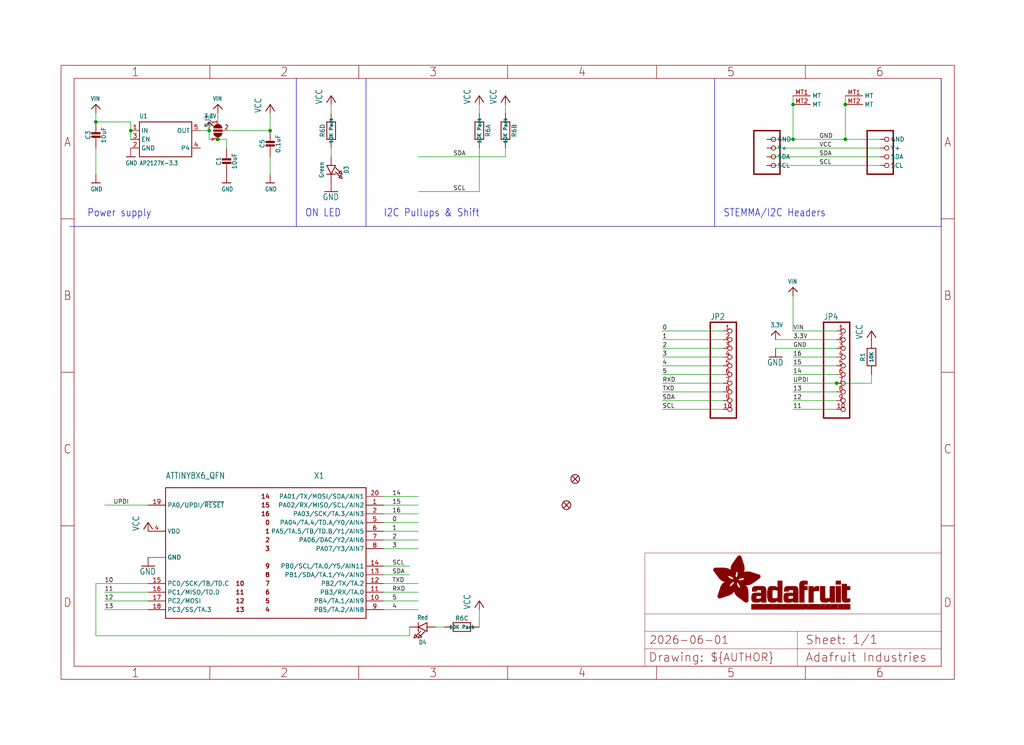
<source format=kicad_sch>
(kicad_sch (version 20230121) (generator eeschema)
  (paper "User" 298.45 217.322)
  (lib_symbols
    (symbol "working-eagle-import:3.3V" (power)
      (property "Value" "3.3V" (at -1.524 1.016 0))
      (symbol "3.3V_1_0"
        (pin power_in line (at 0 -2.54 90) (length 2.54) (name "3.3V") (number "1"))
      )
    )
    (symbol "working-eagle-import:ATTINY8X6_QFN"
      (property "Reference" "X" (at 12.7 25.4 0))
      (symbol "ATTINY8X6_QFN_1_0"
        (text "0" (at 0 12.7 0) (effects (font (size 1.27 1.27) (thickness 0.254) bold) (justify right)))
        (text "1" (at 0 10.16 0) (effects (font (size 1.27 1.27) (thickness 0.254) bold) (justify right)))
        (text "10" (at -10.16 -5.08 0) (effects (font (size 1.27 1.27) (thickness 0.254) bold) (justify left)))
        (text "11" (at -10.16 -7.62 0) (effects (font (size 1.27 1.27) (thickness 0.254) bold) (justify left)))
        (text "12" (at -10.16 -10.16 0) (effects (font (size 1.27 1.27) (thickness 0.254) bold) (justify left)))
        (text "13" (at -10.16 -12.7 0) (effects (font (size 1.27 1.27) (thickness 0.254) bold) (justify left)))
        (text "14" (at 0 20.32 0) (effects (font (size 1.27 1.27) (thickness 0.254) bold) (justify right)))
        (text "15" (at 0 17.78 0) (effects (font (size 1.27 1.27) (thickness 0.254) bold) (justify right)))
        (text "16" (at 0 15.24 0) (effects (font (size 1.27 1.27) (thickness 0.254) bold) (justify right)))
        (text "2" (at 0 7.62 0) (effects (font (size 1.27 1.27) (thickness 0.254) bold) (justify right)))
        (text "3" (at 0 5.08 0) (effects (font (size 1.27 1.27) (thickness 0.254) bold) (justify right)))
        (text "4" (at 0 -12.7 0) (effects (font (size 1.27 1.27) (thickness 0.254) bold) (justify right)))
        (text "5" (at 0 -10.16 0) (effects (font (size 1.27 1.27) (thickness 0.254) bold) (justify right)))
        (text "6" (at 0 -7.62 0) (effects (font (size 1.27 1.27) (thickness 0.254) bold) (justify right)))
        (text "7" (at 0 -5.08 0) (effects (font (size 1.27 1.27) (thickness 0.254) bold) (justify right)))
        (text "8" (at 0 -2.54 0) (effects (font (size 1.27 1.27) (thickness 0.254) bold) (justify right)))
        (text "9" (at 0 0 0) (effects (font (size 1.27 1.27) (thickness 0.254) bold) (justify right)))
        (pin bidirectional line (at 33.02 17.78 180) (length 5.08) (name "PA02/RX/MISO/SCL/AIN2") (number "1"))
        (pin bidirectional line (at 33.02 -10.16 180) (length 5.08) (name "PB4/TA.1/AIN9") (number "10"))
        (pin bidirectional line (at 33.02 -7.62 180) (length 5.08) (name "PB3/RX/TA.0") (number "11"))
        (pin bidirectional line (at 33.02 -5.08 180) (length 5.08) (name "PB2/TX/TA.2") (number "12"))
        (pin bidirectional line (at 33.02 -2.54 180) (length 5.08) (name "PB1/SDA/TA.1/Y4/AIN0") (number "13"))
        (pin bidirectional line (at 33.02 0 180) (length 5.08) (name "PB0/SCL/TA.0/Y5/AIN11") (number "14"))
        (pin bidirectional line (at -35.56 -5.08 0) (length 5.08) (name "PC0/SCK/TB/TD.C") (number "15"))
        (pin bidirectional line (at -35.56 -7.62 0) (length 5.08) (name "PC1/MISO/TD.D") (number "16"))
        (pin bidirectional line (at -35.56 -10.16 0) (length 5.08) (name "PC2/MOSI") (number "17"))
        (pin bidirectional line (at -35.56 -12.7 0) (length 5.08) (name "PC3/SS/TA.3") (number "18"))
        (pin bidirectional line (at -35.56 17.78 0) (length 5.08) (name "PA0/UPDI/~{RESET}") (number "19"))
        (pin bidirectional line (at 33.02 15.24 180) (length 5.08) (name "PA03/SCK/TA.3/AIN3") (number "2"))
        (pin bidirectional line (at 33.02 20.32 180) (length 5.08) (name "PA01/TX/MOSI/SDA/AIN1") (number "20"))
        (pin power_in line (at -35.56 2.54 0) (length 5.08) (name "GND") (number "3"))
        (pin power_in line (at -35.56 10.16 0) (length 5.08) (name "VDD") (number "4"))
        (pin bidirectional line (at 33.02 12.7 180) (length 5.08) (name "PA04/TA.4/TD.A/Y0/AIN4") (number "5"))
        (pin bidirectional line (at 33.02 10.16 180) (length 5.08) (name "PA5/TA.5/TB/TD.B/Y1/AIN5") (number "6"))
        (pin bidirectional line (at 33.02 7.62 180) (length 5.08) (name "PA06/DAC/Y2/AIN6") (number "7"))
        (pin bidirectional line (at 33.02 5.08 180) (length 5.08) (name "PA07/Y3/AIN7") (number "8"))
        (pin bidirectional line (at 33.02 -12.7 180) (length 5.08) (name "PB5/TA.2/AIN8") (number "9"))
        (pin power_in line (at -35.56 2.54 0) (length 5.08) (name "GND") (number "PAD"))
      )
    )
    (symbol "working-eagle-import:CAP_CERAMIC0603_NO"
      (property "Reference" "C" (at -2.29 1.25 90))
      (symbol "CAP_CERAMIC0603_NO_1_0"
        (pin passive line (at 0 5.08 270) (length 2.54) (name "1") (number "1"))
        (pin passive line (at 0 -2.54 90) (length 2.54) (name "2") (number "2"))
      )
    )
    (symbol "working-eagle-import:CAP_CERAMIC0805-NOOUTLINE"
      (property "Reference" "C" (at -2.29 1.25 90))
      (symbol "CAP_CERAMIC0805-NOOUTLINE_1_0"
        (pin passive line (at 0 5.08 270) (length 2.54) (name "1") (number "1"))
        (pin passive line (at 0 -2.54 90) (length 2.54) (name "2") (number "2"))
      )
    )
    (symbol "working-eagle-import:CAP_CERAMIC0805_10MGAP"
      (property "Reference" "C" (at -2.29 1.25 90))
      (symbol "CAP_CERAMIC0805_10MGAP_1_0"
        (pin passive line (at 0 5.08 270) (length 2.54) (name "1") (number "1"))
        (pin passive line (at 0 -2.54 90) (length 2.54) (name "2") (number "2"))
      )
    )
    (symbol "working-eagle-import:FIDUCIAL_1MM")
    (symbol "working-eagle-import:FRAME_A4_ADAFRUIT"
      (symbol "FRAME_A4_ADAFRUIT_1_0"
        (text "${#}/${##}" (at 230.505 10.16 0) (effects (font (size 2.54 2.54)) (justify left bottom)))
        (text "${AUTHOR}" (at 189.23 5.08 0) (effects (font (size 2.286 2.286)) (justify left bottom)))
        (text "${CURRENT_DATE}" (at 171.45 10.16 0) (effects (font (size 2.286 2.286)) (justify left bottom)))
        (text "${PROJECTNAME}" (at 171.45 15.24 0) (effects (font (size 2.54 2.54)) (justify left bottom)))
        (text "1" (at 21.6958 1.905 0) (effects (font (size 2.54 2.286))))
        (text "1" (at 21.6958 177.165 0) (effects (font (size 2.54 2.286))))
        (text "2" (at 65.0875 1.905 0) (effects (font (size 2.54 2.286))))
        (text "2" (at 65.0875 177.165 0) (effects (font (size 2.54 2.286))))
        (text "3" (at 108.4792 1.905 0) (effects (font (size 2.54 2.286))))
        (text "3" (at 108.4792 177.165 0) (effects (font (size 2.54 2.286))))
        (text "4" (at 151.8708 1.905 0) (effects (font (size 2.54 2.286))))
        (text "4" (at 151.8708 177.165 0) (effects (font (size 2.54 2.286))))
        (text "5" (at 195.2625 1.905 0) (effects (font (size 2.54 2.286))))
        (text "5" (at 195.2625 177.165 0) (effects (font (size 2.54 2.286))))
        (text "6" (at 238.6542 1.905 0) (effects (font (size 2.54 2.286))))
        (text "6" (at 238.6542 177.165 0) (effects (font (size 2.54 2.286))))
        (text "A" (at 1.905 156.6863 0) (effects (font (size 2.54 2.286))))
        (text "A" (at 258.445 156.6863 0) (effects (font (size 2.54 2.286))))
        (text "Adafruit Industries" (at 216.916 4.953 0) (effects (font (size 2.54 2.54)) (justify left bottom)))
        (text "B" (at 1.905 111.9188 0) (effects (font (size 2.54 2.286))))
        (text "B" (at 258.445 111.9188 0) (effects (font (size 2.54 2.286))))
        (text "C" (at 1.905 67.1513 0) (effects (font (size 2.54 2.286))))
        (text "C" (at 258.445 67.1513 0) (effects (font (size 2.54 2.286))))
        (text "D" (at 1.905 22.3838 0) (effects (font (size 2.54 2.286))))
        (text "D" (at 258.445 22.3838 0) (effects (font (size 2.54 2.286))))
        (text "Drawing:" (at 171.196 4.953 0) (effects (font (size 2.54 2.54)) (justify left bottom)))
        (text "Sheet:" (at 216.916 10.033 0) (effects (font (size 2.54 2.54)) (justify left bottom)))
      )
    )
    (symbol "working-eagle-import:GND" (power)
      (property "Value" "GND" (at -1.524 -2.54 0))
      (symbol "GND_1_0"
        (pin power_in line (at 0 2.54 270) (length 2.54) (name "GND") (number "1"))
      )
    )
    (symbol "working-eagle-import:HEADER-1X1070MIL"
      (property "Reference" "JP" (at -6.35 13.335 0))
      (symbol "HEADER-1X1070MIL_1_0"
        (pin passive inverted (at -2.54 10.16 0) (length 2.54) (name "1") (number "1"))
        (pin passive inverted (at -2.54 -12.7 0) (length 2.54) (name "10") (number "10"))
        (pin passive inverted (at -2.54 7.62 0) (length 2.54) (name "2") (number "2"))
        (pin passive inverted (at -2.54 5.08 0) (length 2.54) (name "3") (number "3"))
        (pin passive inverted (at -2.54 2.54 0) (length 2.54) (name "4") (number "4"))
        (pin passive inverted (at -2.54 0 0) (length 2.54) (name "5") (number "5"))
        (pin passive inverted (at -2.54 -2.54 0) (length 2.54) (name "6") (number "6"))
        (pin passive inverted (at -2.54 -5.08 0) (length 2.54) (name "7") (number "7"))
        (pin passive inverted (at -2.54 -7.62 0) (length 2.54) (name "8") (number "8"))
        (pin passive inverted (at -2.54 -10.16 0) (length 2.54) (name "9") (number "9"))
      )
    )
    (symbol "working-eagle-import:LED0603_NOOUTLINE"
      (property "Reference" "D" (at -1.27 4.445 0))
      (symbol "LED0603_NOOUTLINE_1_0"
        (pin passive line (at -5.08 0 0) (length 2.54) (name "A") (number "A"))
        (pin passive line (at 2.54 0 180) (length 2.54) (name "C") (number "C"))
      )
    )
    (symbol "working-eagle-import:RESISTOR_0603_NOOUT"
      (property "Reference" "R" (at 0 2.54 0))
      (symbol "RESISTOR_0603_NOOUT_1_0"
        (pin passive line (at -5.08 0 0) (length 2.54) (name "1") (number "1"))
        (pin passive line (at 5.08 0 180) (length 2.54) (name "2") (number "2"))
      )
    )
    (symbol "working-eagle-import:RESISTOR_4PACK"
      (property "Reference" "R" (at 0 2.54 0))
      (symbol "RESISTOR_4PACK_1_0"
        (pin passive line (at -5.08 0 0) (length 2.54) (name "1") (number "1"))
        (pin passive line (at 5.08 0 180) (length 2.54) (name "2") (number "8"))
      )
      (symbol "RESISTOR_4PACK_2_0"
        (pin passive line (at -5.08 0 0) (length 2.54) (name "1") (number "2"))
        (pin passive line (at 5.08 0 180) (length 2.54) (name "2") (number "7"))
      )
      (symbol "RESISTOR_4PACK_3_0"
        (pin passive line (at -5.08 0 0) (length 2.54) (name "1") (number "3"))
        (pin passive line (at 5.08 0 180) (length 2.54) (name "2") (number "6"))
      )
      (symbol "RESISTOR_4PACK_4_0"
        (pin passive line (at -5.08 0 0) (length 2.54) (name "1") (number "4"))
        (pin passive line (at 5.08 0 180) (length 2.54) (name "2") (number "5"))
      )
    )
    (symbol "working-eagle-import:SOLDERJUMPER_2WAY"
      (property "Reference" "SJ" (at -5.08 -3.81 0))
      (symbol "SOLDERJUMPER_2WAY_1_0"
        (pin passive line (at -2.54 0 0) (length 0) (name "1") (number "1"))
        (pin passive line (at 0 2.54 270) (length 0) (name "2") (number "2"))
        (pin passive line (at 2.54 0 180) (length 0) (name "3") (number "3"))
      )
    )
    (symbol "working-eagle-import:STEMMA_I2C_QT"
      (symbol "STEMMA_I2C_QT_1_0"
        (pin passive inverted (at 0 5.08 0) (length 2.54) (name "GND") (number "1"))
        (pin passive inverted (at 0 2.54 0) (length 2.54) (name "V+") (number "2"))
        (pin passive inverted (at 0 0 0) (length 2.54) (name "SDA") (number "3"))
        (pin passive inverted (at 0 -2.54 0) (length 2.54) (name "SCL") (number "4"))
      )
      (symbol "STEMMA_I2C_QT_2_0"
        (pin bidirectional line (at 0 0 0) (length 5.08) (name "MT") (number "MT1"))
      )
      (symbol "STEMMA_I2C_QT_3_0"
        (pin bidirectional line (at 0 0 0) (length 5.08) (name "MT") (number "MT2"))
      )
    )
    (symbol "working-eagle-import:VCC" (power)
      (property "Value" "VCC" (at -2.54 -2.54 90))
      (symbol "VCC_1_0"
        (pin power_in line (at 0 -2.54 90) (length 2.54) (name "VCC") (number "1"))
      )
    )
    (symbol "working-eagle-import:VIN" (power)
      (property "Value" "VIN" (at -1.524 1.016 0))
      (symbol "VIN_1_0"
        (pin power_in line (at 0 -2.54 90) (length 2.54) (name "VIN") (number "1"))
      )
    )
    (symbol "working-eagle-import:VREG_SOT23-5"
      (property "Reference" "U" (at -7.62 6.096 0))
      (symbol "VREG_SOT23-5_1_0"
        (pin power_in line (at -10.16 2.54 0) (length 2.54) (name "IN") (number "1"))
        (pin power_in line (at -10.16 -2.54 0) (length 2.54) (name "GND") (number "2"))
        (pin input line (at -10.16 0 0) (length 2.54) (name "EN") (number "3"))
        (pin bidirectional line (at 10.16 -2.54 180) (length 2.54) (name "P4") (number "4"))
        (pin power_in line (at 10.16 2.54 180) (length 2.54) (name "OUT") (number "5"))
      )
    )
    (symbol "working-eagle-import:supply1_GND" (power)
      (property "Value" "supply1_GND" (at -2.54 -2.54 0))
      (symbol "supply1_GND_1_0"
        (pin power_in line (at 0 2.54 270) (length 2.54) (name "GND") (number "1"))
      )
    )
  )
  (junction (at 246.38 30.48))
  (junction (at 38.1 38.1))
  (junction (at 78.74 38.1))
  (junction (at 246.38 40.64))
  (junction (at 27.94 35.56))
  (junction (at 231.14 40.64))
  (junction (at 243.84 111.76))
  (junction (at 63.5 40.64))
  (junction (at 231.14 30.48))
  (junction (at 60.96 38.1))
  (wire (pts (xy 231.14 109.22) (xy 243.84 109.22)) (stroke (width 0.1524)))
  (wire (pts (xy 139.7 43.18) (xy 139.7 55.88)) (stroke (width 0.1524)))
  (wire (pts (xy 210.82 99.06) (xy 193.04 99.06)) (stroke (width 0.1524)))
  (wire (pts (xy 111.76 172.72) (xy 121.92 172.72)) (stroke (width 0.1524)))
  (wire (pts (xy 231.14 40.64) (xy 246.38 40.64)) (stroke (width 0.1524)))
  (wire (pts (xy 223.52 43.18) (xy 256.54 43.18)) (stroke (width 0.1524)))
  (wire (pts (xy 111.76 165.1) (xy 119.38 165.1)) (stroke (width 0.1524)))
  (polyline (pts (xy 274.32 22.86) (xy 274.32 66.04)) (stroke (width 0.1524) (type solid)))
  (wire (pts (xy 147.32 43.18) (xy 147.32 45.72)) (stroke (width 0.1524)))
  (wire (pts (xy 111.76 144.78) (xy 121.92 144.78)) (stroke (width 0.1524)))
  (wire (pts (xy 60.96 38.1) (xy 60.96 40.64)) (stroke (width 0.1524)))
  (wire (pts (xy 121.92 175.26) (xy 111.76 175.26)) (stroke (width 0.1524)))
  (wire (pts (xy 66.04 40.64) (xy 66.04 43.18)) (stroke (width 0.1524)))
  (wire (pts (xy 60.96 40.64) (xy 63.5 40.64)) (stroke (width 0.1524)))
  (wire (pts (xy 231.14 40.64) (xy 223.52 40.64)) (stroke (width 0.1524)))
  (wire (pts (xy 63.5 40.64) (xy 66.04 40.64)) (stroke (width 0.1524)))
  (wire (pts (xy 243.84 116.84) (xy 231.14 116.84)) (stroke (width 0.1524)))
  (wire (pts (xy 30.48 175.26) (xy 43.18 175.26)) (stroke (width 0.1524)))
  (wire (pts (xy 111.76 170.18) (xy 121.92 170.18)) (stroke (width 0.1524)))
  (polyline (pts (xy 208.28 22.86) (xy 208.28 66.04)) (stroke (width 0.1524) (type solid)))
  (wire (pts (xy 243.84 104.14) (xy 231.14 104.14)) (stroke (width 0.1524)))
  (polyline (pts (xy 86.36 66.04) (xy 106.68 66.04)) (stroke (width 0.1524) (type solid)))
  (wire (pts (xy 43.18 147.32) (xy 30.48 147.32)) (stroke (width 0.1524)))
  (wire (pts (xy 210.82 96.52) (xy 193.04 96.52)) (stroke (width 0.1524)))
  (wire (pts (xy 231.14 114.3) (xy 243.84 114.3)) (stroke (width 0.1524)))
  (wire (pts (xy 210.82 109.22) (xy 193.04 109.22)) (stroke (width 0.1524)))
  (wire (pts (xy 27.94 50.8) (xy 27.94 43.18)) (stroke (width 0.1524)))
  (wire (pts (xy 111.76 147.32) (xy 121.92 147.32)) (stroke (width 0.1524)))
  (wire (pts (xy 78.74 33.02) (xy 78.74 38.1)) (stroke (width 0.1524)))
  (wire (pts (xy 254 111.76) (xy 254 109.22)) (stroke (width 0.1524)))
  (wire (pts (xy 121.92 149.86) (xy 111.76 149.86)) (stroke (width 0.1524)))
  (wire (pts (xy 193.04 106.68) (xy 210.82 106.68)) (stroke (width 0.1524)))
  (wire (pts (xy 231.14 96.52) (xy 231.14 86.36)) (stroke (width 0.1524)))
  (wire (pts (xy 256.54 45.72) (xy 223.52 45.72)) (stroke (width 0.1524)))
  (wire (pts (xy 27.94 185.42) (xy 119.38 185.42)) (stroke (width 0.1524)))
  (wire (pts (xy 210.82 111.76) (xy 193.04 111.76)) (stroke (width 0.1524)))
  (wire (pts (xy 96.52 30.48) (xy 96.52 33.02)) (stroke (width 0.1524)))
  (wire (pts (xy 111.76 154.94) (xy 121.92 154.94)) (stroke (width 0.1524)))
  (wire (pts (xy 231.14 106.68) (xy 243.84 106.68)) (stroke (width 0.1524)))
  (wire (pts (xy 27.94 35.56) (xy 38.1 35.56)) (stroke (width 0.1524)))
  (polyline (pts (xy 20.32 66.04) (xy 86.36 66.04)) (stroke (width 0.1524) (type solid)))
  (wire (pts (xy 119.38 185.42) (xy 119.38 182.88)) (stroke (width 0.1524)))
  (wire (pts (xy 38.1 40.64) (xy 38.1 38.1)) (stroke (width 0.1524)))
  (wire (pts (xy 96.52 45.72) (xy 96.52 43.18)) (stroke (width 0.1524)))
  (wire (pts (xy 246.38 30.48) (xy 246.38 40.64)) (stroke (width 0.1524)))
  (polyline (pts (xy 106.68 66.04) (xy 208.28 66.04)) (stroke (width 0.1524) (type solid)))
  (wire (pts (xy 193.04 116.84) (xy 210.82 116.84)) (stroke (width 0.1524)))
  (wire (pts (xy 243.84 111.76) (xy 231.14 111.76)) (stroke (width 0.1524)))
  (wire (pts (xy 210.82 104.14) (xy 193.04 104.14)) (stroke (width 0.1524)))
  (wire (pts (xy 246.38 27.94) (xy 246.38 30.48)) (stroke (width 0.1524)))
  (wire (pts (xy 226.06 101.6) (xy 243.84 101.6)) (stroke (width 0.1524)))
  (polyline (pts (xy 86.36 22.86) (xy 86.36 66.04)) (stroke (width 0.1524) (type solid)))
  (polyline (pts (xy 106.68 22.86) (xy 106.68 66.04)) (stroke (width 0.1524) (type solid)))
  (wire (pts (xy 111.76 152.4) (xy 121.92 152.4)) (stroke (width 0.1524)))
  (wire (pts (xy 27.94 170.18) (xy 27.94 185.42)) (stroke (width 0.1524)))
  (wire (pts (xy 231.14 96.52) (xy 243.84 96.52)) (stroke (width 0.1524)))
  (polyline (pts (xy 208.28 66.04) (xy 274.32 66.04)) (stroke (width 0.1524) (type solid)))
  (wire (pts (xy 58.42 38.1) (xy 60.96 38.1)) (stroke (width 0.1524)))
  (wire (pts (xy 193.04 101.6) (xy 210.82 101.6)) (stroke (width 0.1524)))
  (wire (pts (xy 78.74 45.72) (xy 78.74 50.8)) (stroke (width 0.1524)))
  (wire (pts (xy 139.7 30.48) (xy 139.7 33.02)) (stroke (width 0.1524)))
  (wire (pts (xy 231.14 27.94) (xy 231.14 30.48)) (stroke (width 0.1524)))
  (wire (pts (xy 210.82 119.38) (xy 193.04 119.38)) (stroke (width 0.1524)))
  (wire (pts (xy 119.38 167.64) (xy 111.76 167.64)) (stroke (width 0.1524)))
  (wire (pts (xy 127 182.88) (xy 129.54 182.88)) (stroke (width 0.1524)))
  (wire (pts (xy 231.14 30.48) (xy 231.14 40.64)) (stroke (width 0.1524)))
  (wire (pts (xy 66.04 38.1) (xy 78.74 38.1)) (stroke (width 0.1524)))
  (wire (pts (xy 63.5 33.02) (xy 63.5 35.56)) (stroke (width 0.1524)))
  (wire (pts (xy 147.32 45.72) (xy 121.92 45.72)) (stroke (width 0.1524)))
  (wire (pts (xy 43.18 170.18) (xy 27.94 170.18)) (stroke (width 0.1524)))
  (wire (pts (xy 139.7 55.88) (xy 121.92 55.88)) (stroke (width 0.1524)))
  (wire (pts (xy 243.84 111.76) (xy 254 111.76)) (stroke (width 0.1524)))
  (wire (pts (xy 243.84 99.06) (xy 226.06 99.06)) (stroke (width 0.1524)))
  (wire (pts (xy 223.52 48.26) (xy 256.54 48.26)) (stroke (width 0.1524)))
  (wire (pts (xy 147.32 33.02) (xy 147.32 30.48)) (stroke (width 0.1524)))
  (wire (pts (xy 139.7 177.8) (xy 139.7 182.88)) (stroke (width 0.1524)))
  (wire (pts (xy 111.76 160.02) (xy 121.92 160.02)) (stroke (width 0.1524)))
  (wire (pts (xy 43.18 177.8) (xy 30.48 177.8)) (stroke (width 0.1524)))
  (wire (pts (xy 27.94 33.02) (xy 27.94 35.56)) (stroke (width 0.1524)))
  (wire (pts (xy 43.18 172.72) (xy 30.48 172.72)) (stroke (width 0.1524)))
  (wire (pts (xy 193.04 114.3) (xy 210.82 114.3)) (stroke (width 0.1524)))
  (wire (pts (xy 121.92 157.48) (xy 111.76 157.48)) (stroke (width 0.1524)))
  (wire (pts (xy 256.54 40.64) (xy 246.38 40.64)) (stroke (width 0.1524)))
  (wire (pts (xy 38.1 35.56) (xy 38.1 38.1)) (stroke (width 0.1524)))
  (wire (pts (xy 111.76 177.8) (xy 121.92 177.8)) (stroke (width 0.1524)))
  (wire (pts (xy 231.14 119.38) (xy 243.84 119.38)) (stroke (width 0.1524)))
  (text "ON LED" (at 88.9 63.5 0) (effects (font (size 2.1844 1.8567)) (justify left bottom)))
  (text "I2C Pullups & Shift" (at 111.76 63.5 0) (effects (font (size 2.1844 1.8567)) (justify left bottom)))
  (text "Power supply" (at 25.4 63.5 0) (effects (font (size 2.1844 1.8567)) (justify left bottom)))
  (text "STEMMA/I2C Headers" (at 210.82 63.5 0) (effects (font (size 2.1844 1.8567)) (justify left bottom)))
  (label "SCL" (at 193.04 119.38 0) (effects (font (size 1.2446 1.2446))))
  (label "SCL" (at 238.76 48.26 0) (effects (font (size 1.2446 1.2446))))
  (label "12" (at 30.48 175.26 0) (effects (font (size 1.2446 1.2446))))
  (label "13" (at 30.48 177.8 0) (effects (font (size 1.2446 1.2446))))
  (label "5" (at 193.04 109.22 0) (effects (font (size 1.2446 1.2446))))
  (label "16" (at 114.3 149.86 0) (effects (font (size 1.2446 1.2446))))
  (label "5" (at 114.3 175.26 0) (effects (font (size 1.2446 1.2446))))
  (label "UPDI" (at 231.14 111.76 0) (effects (font (size 1.2446 1.2446))))
  (label "0" (at 193.04 96.52 0) (effects (font (size 1.2446 1.2446))))
  (label "GND" (at 231.14 101.6 0) (effects (font (size 1.2446 1.2446))))
  (label "SCL" (at 132.08 55.88 0) (effects (font (size 1.2446 1.2446))))
  (label "3.3V" (at 231.14 99.06 0) (effects (font (size 1.2446 1.2446))))
  (label "SDA" (at 238.76 45.72 0) (effects (font (size 1.2446 1.2446))))
  (label "3" (at 114.3 160.02 0) (effects (font (size 1.2446 1.2446))))
  (label "2" (at 114.3 157.48 0) (effects (font (size 1.2446 1.2446))))
  (label "SDA" (at 114.3 167.64 0) (effects (font (size 1.2446 1.2446))))
  (label "15" (at 114.3 147.32 0) (effects (font (size 1.2446 1.2446))))
  (label "2" (at 193.04 101.6 0) (effects (font (size 1.2446 1.2446))))
  (label "14" (at 231.14 109.22 0) (effects (font (size 1.2446 1.2446))))
  (label "VIN" (at 231.14 96.52 0) (effects (font (size 1.2446 1.2446))))
  (label "RXD" (at 193.04 111.76 0) (effects (font (size 1.2446 1.2446))))
  (label "VCC" (at 238.76 43.18 0) (effects (font (size 1.2446 1.2446))))
  (label "14" (at 114.3 144.78 0) (effects (font (size 1.2446 1.2446))))
  (label "10" (at 30.48 170.18 0) (effects (font (size 1.2446 1.2446))))
  (label "11" (at 30.48 172.72 0) (effects (font (size 1.2446 1.2446))))
  (label "16" (at 231.14 104.14 0) (effects (font (size 1.2446 1.2446))))
  (label "SDA" (at 132.08 45.72 0) (effects (font (size 1.2446 1.2446))))
  (label "RXD" (at 114.3 172.72 0) (effects (font (size 1.2446 1.2446))))
  (label "GND" (at 238.76 40.64 0) (effects (font (size 1.2446 1.2446))))
  (label "1" (at 193.04 99.06 0) (effects (font (size 1.2446 1.2446))))
  (label "3" (at 193.04 104.14 0) (effects (font (size 1.2446 1.2446))))
  (label "4" (at 114.3 177.8 0) (effects (font (size 1.2446 1.2446))))
  (label "SDA" (at 193.04 116.84 0) (effects (font (size 1.2446 1.2446))))
  (label "4" (at 193.04 106.68 0) (effects (font (size 1.2446 1.2446))))
  (label "0" (at 114.3 152.4 0) (effects (font (size 1.2446 1.2446))))
  (label "UPDI" (at 33.02 147.32 0) (effects (font (size 1.2446 1.2446))))
  (label "15" (at 231.14 106.68 0) (effects (font (size 1.2446 1.2446))))
  (label "SCL" (at 114.3 165.1 0) (effects (font (size 1.2446 1.2446))))
  (label "TXD" (at 114.3 170.18 0) (effects (font (size 1.2446 1.2446))))
  (label "12" (at 231.14 116.84 0) (effects (font (size 1.2446 1.2446))))
  (label "13" (at 231.14 114.3 0) (effects (font (size 1.2446 1.2446))))
  (label "TXD" (at 193.04 114.3 0) (effects (font (size 1.2446 1.2446))))
  (label "11" (at 231.14 119.38 0) (effects (font (size 1.2446 1.2446))))
  (label "1" (at 114.3 154.94 0) (effects (font (size 1.2446 1.2446))))
  (symbol (lib_id "working-eagle-import:VIN") (at 63.5 30.48 0) (unit 1)
    (property "Reference" "#U$4" (effects hide))
    (property "Value" "VIN" (at 61.976 29.464 0) (effects (font (size 1.27 1.0795)) (justify left bottom)))
  )
  (symbol (lib_id "working-eagle-import:3.3V") (at 60.96 35.56 0) (unit 1)
    (property "Reference" "#U$6" (effects hide))
    (property "Value" "3.3V" (at 59.436 34.544 0) (effects (font (size 1.27 1.0795)) (justify left bottom)))
  )
  (symbol (lib_id "working-eagle-import:GND") (at 78.74 53.34 0) (unit 1)
    (property "Reference" "#U$14" (effects hide))
    (property "Value" "GND" (at 77.216 55.88 0) (effects (font (size 1.27 1.0795)) (justify left bottom)))
  )
  (symbol (lib_id "working-eagle-import:GND") (at 27.94 53.34 0) (unit 1)
    (property "Reference" "#U$13" (effects hide))
    (property "Value" "GND" (at 26.416 55.88 0) (effects (font (size 1.27 1.0795)) (justify left bottom)))
  )
  (symbol (lib_id "working-eagle-import:VCC") (at 78.74 30.48 0) (unit 1)
    (property "Reference" "#P+5" (effects hide))
    (property "Value" "VCC" (at 76.2 33.02 90) (effects (font (size 1.778 1.5113)) (justify left bottom)))
  )
  (symbol (lib_id "working-eagle-import:ATTINY8X6_QFN") (at 78.74 165.1 0) (unit 1)
    (property "Reference" "X1" (at 91.44 139.7 0) (effects (font (size 1.778 1.5113)) (justify left bottom)))
    (property "Value" "ATTINY8X6_QFN" (at 48.26 139.7 0) (effects (font (size 1.778 1.5113)) (justify left bottom)))
    (property "Footprint" "working:QFN20_3MM" (effects hide))
  )
  (symbol (lib_id "working-eagle-import:GND") (at 38.1 45.72 0) (unit 1)
    (property "Reference" "#U$2" (effects hide))
    (property "Value" "GND" (at 36.576 48.26 0) (effects (font (size 1.27 1.0795)) (justify left bottom)))
  )
  (symbol (lib_id "working-eagle-import:VCC") (at 254 96.52 0) (unit 1)
    (property "Reference" "#P+3" (effects hide))
    (property "Value" "VCC" (at 251.46 99.06 90) (effects (font (size 1.778 1.5113)) (justify left bottom)))
  )
  (symbol (lib_id "working-eagle-import:SOLDERJUMPER_2WAY") (at 63.5 38.1 270) (unit 1)
    (property "Reference" "SJ1" (at 59.69 33.02 0) (effects (font (size 1.778 1.5113)) (justify left bottom)))
    (property "Value" "SOLDERJUMPER_2WAY" (effects hide))
    (property "Footprint" "working:SOLDERJUMPER_2WAY_OPEN_NOPASTE" (effects hide))
  )
  (symbol (lib_id "working-eagle-import:supply1_GND") (at 96.52 55.88 0) (unit 1)
    (property "Reference" "#GND13" (effects hide))
    (property "Value" "GND" (at 93.98 58.42 0) (effects (font (size 1.778 1.5113)) (justify left bottom)))
  )
  (symbol (lib_id "working-eagle-import:RESISTOR_4PACK") (at 139.7 38.1 270) (unit 1)
    (property "Reference" "R6" (at 142.24 38.1 0))
    (property "Value" "10K Pack" (at 139.7 38.1 0) (effects (font (size 1.016 1.016) bold)))
    (property "Footprint" "working:RESPACK_4X0603" (effects hide))
  )
  (symbol (lib_id "working-eagle-import:FIDUCIAL_1MM") (at 167.64 139.7 0) (unit 1)
    (property "Reference" "FID2" (effects hide))
    (property "Value" "FIDUCIAL_1MM" (effects hide))
    (property "Footprint" "working:FIDUCIAL_1MM" (effects hide))
  )
  (symbol (lib_id "working-eagle-import:VCC") (at 43.18 152.4 0) (unit 1)
    (property "Reference" "#P+8" (effects hide))
    (property "Value" "VCC" (at 40.64 154.94 90) (effects (font (size 1.778 1.5113)) (justify left bottom)))
  )
  (symbol (lib_id "working-eagle-import:CAP_CERAMIC0805_10MGAP") (at 66.04 48.26 0) (unit 1)
    (property "Reference" "C1" (at 63.75 47.01 90))
    (property "Value" "10uF" (at 68.34 47.01 90))
    (property "Footprint" "working:0805_10MGAP" (effects hide))
  )
  (symbol (lib_id "working-eagle-import:RESISTOR_0603_NOOUT") (at 254 104.14 90) (unit 1)
    (property "Reference" "R1" (at 251.46 104.14 0))
    (property "Value" "10K" (at 254 104.14 0) (effects (font (size 1.016 1.016) bold)))
    (property "Footprint" "working:0603-NO" (effects hide))
  )
  (symbol (lib_id "working-eagle-import:CAP_CERAMIC0603_NO") (at 78.74 43.18 0) (unit 1)
    (property "Reference" "C5" (at 76.45 41.93 90))
    (property "Value" "0.1uF" (at 81.04 41.93 90))
    (property "Footprint" "working:0603-NO" (effects hide))
  )
  (symbol (lib_id "working-eagle-import:CAP_CERAMIC0805-NOOUTLINE") (at 27.94 40.64 0) (unit 1)
    (property "Reference" "C3" (at 25.65 39.39 90))
    (property "Value" "10uF" (at 30.24 39.39 90))
    (property "Footprint" "working:0805-NO" (effects hide))
  )
  (symbol (lib_id "working-eagle-import:STEMMA_I2C_QT") (at 231.14 27.94 0) (unit 2)
    (property "Reference" "CONN3" (effects hide))
    (property "Value" "STEMMA_I2C_QT" (effects hide))
    (property "Footprint" "working:JST_SH4" (effects hide))
  )
  (symbol (lib_id "working-eagle-import:LED0603_NOOUTLINE") (at 121.92 182.88 180) (unit 1)
    (property "Reference" "D4" (at 123.19 187.325 0) (effects (font (size 1.27 1.0795))))
    (property "Value" "Red" (at 123.19 180.086 0) (effects (font (size 1.27 1.0795))))
    (property "Footprint" "working:CHIPLED_0603_NOOUTLINE" (effects hide))
  )
  (symbol (lib_id "working-eagle-import:VREG_SOT23-5") (at 48.26 40.64 0) (unit 1)
    (property "Reference" "U1" (at 40.64 34.544 0) (effects (font (size 1.27 1.0795)) (justify left bottom)))
    (property "Value" "AP2127K-3.3" (at 40.64 48.26 0) (effects (font (size 1.27 1.0795)) (justify left bottom)))
    (property "Footprint" "working:SOT23-5" (effects hide))
  )
  (symbol (lib_id "working-eagle-import:VCC") (at 96.52 27.94 0) (unit 1)
    (property "Reference" "#P+6" (effects hide))
    (property "Value" "VCC" (at 93.98 30.48 90) (effects (font (size 1.778 1.5113)) (justify left bottom)))
  )
  (symbol (lib_id "working-eagle-import:RESISTOR_4PACK") (at 147.32 38.1 270) (unit 2)
    (property "Reference" "R6" (at 149.86 38.1 0))
    (property "Value" "10K Pack" (at 147.32 38.1 0) (effects (font (size 1.016 1.016) bold)))
    (property "Footprint" "working:RESPACK_4X0603" (effects hide))
  )
  (symbol (lib_id "working-eagle-import:STEMMA_I2C_QT") (at 223.52 45.72 0) (unit 1)
    (property "Reference" "CONN3" (effects hide))
    (property "Value" "STEMMA_I2C_QT" (effects hide))
    (property "Footprint" "working:JST_SH4" (effects hide))
  )
  (symbol (lib_id "working-eagle-import:supply1_GND") (at 226.06 104.14 0) (unit 1)
    (property "Reference" "#GND9" (effects hide))
    (property "Value" "GND" (at 223.52 106.68 0) (effects (font (size 1.778 1.5113)) (justify left bottom)))
  )
  (symbol (lib_id "working-eagle-import:3.3V") (at 226.06 96.52 0) (unit 1)
    (property "Reference" "#U$9" (effects hide))
    (property "Value" "3.3V" (at 224.536 95.504 0) (effects (font (size 1.27 1.0795)) (justify left bottom)))
  )
  (symbol (lib_id "working-eagle-import:RESISTOR_4PACK") (at 96.52 38.1 90) (unit 4)
    (property "Reference" "R6" (at 93.98 38.1 0))
    (property "Value" "10K Pack" (at 96.52 38.1 0) (effects (font (size 1.016 1.016) bold)))
    (property "Footprint" "working:RESPACK_4X0603" (effects hide))
  )
  (symbol (lib_id "working-eagle-import:STEMMA_I2C_QT") (at 256.54 45.72 0) (unit 1)
    (property "Reference" "CONN4" (effects hide))
    (property "Value" "STEMMA_I2C_QT" (effects hide))
    (property "Footprint" "working:JST_SH4" (effects hide))
  )
  (symbol (lib_id "working-eagle-import:STEMMA_I2C_QT") (at 231.14 30.48 0) (unit 3)
    (property "Reference" "CONN3" (effects hide))
    (property "Value" "STEMMA_I2C_QT" (effects hide))
    (property "Footprint" "working:JST_SH4" (effects hide))
  )
  (symbol (lib_id "working-eagle-import:FIDUCIAL_1MM") (at 165.1 147.32 0) (unit 1)
    (property "Reference" "FID1" (effects hide))
    (property "Value" "FIDUCIAL_1MM" (effects hide))
    (property "Footprint" "working:FIDUCIAL_1MM" (effects hide))
  )
  (symbol (lib_id "working-eagle-import:GND") (at 66.04 53.34 0) (unit 1)
    (property "Reference" "#U$3" (effects hide))
    (property "Value" "GND" (at 64.516 55.88 0) (effects (font (size 1.27 1.0795)) (justify left bottom)))
  )
  (symbol (lib_id "working-eagle-import:LED0603_NOOUTLINE") (at 96.52 50.8 270) (unit 1)
    (property "Reference" "D3" (at 100.965 49.53 0) (effects (font (size 1.27 1.0795))))
    (property "Value" "Green" (at 93.726 49.53 0) (effects (font (size 1.27 1.0795))))
    (property "Footprint" "working:CHIPLED_0603_NOOUTLINE" (effects hide))
  )
  (symbol (lib_id "working-eagle-import:VIN") (at 231.14 83.82 0) (unit 1)
    (property "Reference" "#U$5" (effects hide))
    (property "Value" "VIN" (at 229.616 82.804 0) (effects (font (size 1.27 1.0795)) (justify left bottom)))
  )
  (symbol (lib_id "working-eagle-import:RESISTOR_4PACK") (at 134.62 182.88 0) (unit 3)
    (property "Reference" "R6" (at 134.62 180.34 0))
    (property "Value" "10K Pack" (at 134.62 182.88 0) (effects (font (size 1.016 1.016) bold)))
    (property "Footprint" "working:RESPACK_4X0603" (effects hide))
  )
  (symbol (lib_id "working-eagle-import:VCC") (at 139.7 175.26 0) (unit 1)
    (property "Reference" "#P+9" (effects hide))
    (property "Value" "VCC" (at 137.16 177.8 90) (effects (font (size 1.778 1.5113)) (justify left bottom)))
  )
  (symbol (lib_id "working-eagle-import:HEADER-1X1070MIL") (at 246.38 106.68 0) (unit 1)
    (property "Reference" "JP4" (at 240.03 93.345 0) (effects (font (size 1.778 1.5113)) (justify left bottom)))
    (property "Value" "HEADER-1X1070MIL" (effects hide))
    (property "Footprint" "working:1X10_ROUND70" (effects hide))
  )
  (symbol (lib_id "working-eagle-import:STEMMA_I2C_QT") (at 246.38 27.94 0) (unit 2)
    (property "Reference" "CONN4" (effects hide))
    (property "Value" "STEMMA_I2C_QT" (effects hide))
    (property "Footprint" "working:JST_SH4" (effects hide))
  )
  (symbol (lib_id "working-eagle-import:VCC") (at 147.32 27.94 0) (unit 1)
    (property "Reference" "#P+2" (effects hide))
    (property "Value" "VCC" (at 144.78 30.48 90) (effects (font (size 1.778 1.5113)) (justify left bottom)))
  )
  (symbol (lib_id "working-eagle-import:VCC") (at 139.7 27.94 0) (unit 1)
    (property "Reference" "#P+1" (effects hide))
    (property "Value" "VCC" (at 137.16 30.48 90) (effects (font (size 1.778 1.5113)) (justify left bottom)))
  )
  (symbol (lib_id "working-eagle-import:FRAME_A4_ADAFRUIT") (at 17.78 198.12 0) (unit 1)
    (property "Reference" "#U$28" (effects hide))
    (property "Value" "FRAME_A4_ADAFRUIT" (effects hide))
  )
  (symbol (lib_id "working-eagle-import:VIN") (at 27.94 30.48 0) (unit 1)
    (property "Reference" "#U$1" (effects hide))
    (property "Value" "VIN" (at 26.416 29.464 0) (effects (font (size 1.27 1.0795)) (justify left bottom)))
  )
  (symbol (lib_id "working-eagle-import:supply1_GND") (at 43.18 165.1 0) (unit 1)
    (property "Reference" "#GND16" (effects hide))
    (property "Value" "GND" (at 40.64 167.64 0) (effects (font (size 1.778 1.5113)) (justify left bottom)))
  )
  (symbol (lib_id "working-eagle-import:STEMMA_I2C_QT") (at 246.38 30.48 0) (unit 3)
    (property "Reference" "CONN4" (effects hide))
    (property "Value" "STEMMA_I2C_QT" (effects hide))
    (property "Footprint" "working:JST_SH4" (effects hide))
  )
  (symbol (lib_id "working-eagle-import:HEADER-1X1070MIL") (at 213.36 106.68 0) (unit 1)
    (property "Reference" "JP2" (at 207.01 93.345 0) (effects (font (size 1.778 1.5113)) (justify left bottom)))
    (property "Value" "HEADER-1X1070MIL" (effects hide))
    (property "Footprint" "working:1X10_ROUND70" (effects hide))
  )
)
</source>
